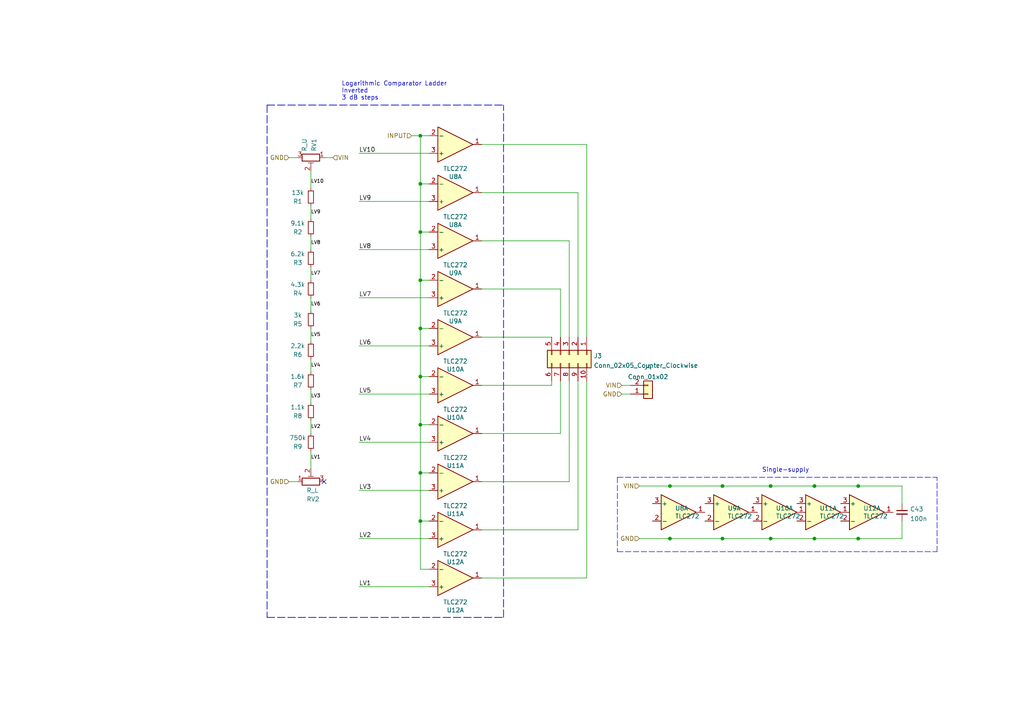
<source format=kicad_sch>
(kicad_sch (version 20211123) (generator eeschema)
  (paper "A4")
  (lib_symbols
    (symbol "Amplifier_Operational:TLC272" (pin_names (offset 0.127))
      (property "Reference" "U" (at 0 5.08 0))
      (property "Value" "TLC272" (at 0 -5.08 0))
      (symbol "TLC272_1_1"
        (polyline (pts (xy -5.08 5.08) (xy 5.08 0) (xy -5.08 -5.08) (xy -5.08 5.08)) (stroke (width 0.254)) (fill (type background)))
        (pin output line (at 7.62 0 180) (length 2.54) (name "~") (number "1"))
        (pin input line (at -7.62 -2.54 0) (length 2.54) (name "-") (number "2"))
        (pin input line (at -7.62 2.54 0) (length 2.54) (name "+") (number "3"))
      )
      (symbol "TLC272_2_1"
        (polyline (pts (xy -5.08 5.08) (xy 5.08 0) (xy -5.08 -5.08) (xy -5.08 5.08)) (stroke (width 0.254)) (fill (type background)))
        (pin input line (at -7.62 2.54 0) (length 2.54) (name "+") (number "5"))
        (pin input line (at -7.62 -2.54 0) (length 2.54) (name "-") (number "6"))
        (pin output line (at 7.62 0 180) (length 2.54) (name "~") (number "7"))
      )
      (symbol "TLC272_3_1"
        (pin power_in line (at -2.54 -7.62 90) (length 3.81) (name "V-") (number "4"))
        (pin power_in line (at -2.54 7.62 270) (length 3.81) (name "V+") (number "8"))
      )
    )
    (symbol "Connector_Generic:Conn_01x02" (pin_names (offset 1.016) hide)
      (property "Reference" "J" (at 0 2.54 0))
      (property "Value" "Conn_01x02" (at 0 -5.08 0))
      (symbol "Conn_01x02_1_1"
        (rectangle (start -1.27 -2.413) (end 0 -2.667) (stroke (width 0.1524)))
        (rectangle (start -1.27 0.127) (end 0 -0.127) (stroke (width 0.1524)))
        (rectangle (start -1.27 1.27) (end 1.27 -3.81) (stroke (width 0.254)) (fill (type background)))
        (pin passive line (at -5.08 0 0) (length 3.81) (name "Pin_1") (number "1"))
        (pin passive line (at -5.08 -2.54 0) (length 3.81) (name "Pin_2") (number "2"))
      )
    )
    (symbol "Connector_Generic:Conn_02x05_Counter_Clockwise" (pin_names (offset 1.016) hide)
      (property "Reference" "J" (at 1.27 7.62 0))
      (property "Value" "Conn_02x05_Counter_Clockwise" (at 1.27 -7.62 0))
      (symbol "Conn_02x05_Counter_Clockwise_1_1"
        (rectangle (start -1.27 -4.953) (end 0 -5.207) (stroke (width 0.1524)))
        (rectangle (start -1.27 -2.413) (end 0 -2.667) (stroke (width 0.1524)))
        (rectangle (start -1.27 0.127) (end 0 -0.127) (stroke (width 0.1524)))
        (rectangle (start -1.27 2.667) (end 0 2.413) (stroke (width 0.1524)))
        (rectangle (start -1.27 5.207) (end 0 4.953) (stroke (width 0.1524)))
        (rectangle (start -1.27 6.35) (end 3.81 -6.35) (stroke (width 0.254)) (fill (type background)))
        (rectangle (start 3.81 -4.953) (end 2.54 -5.207) (stroke (width 0.1524)))
        (rectangle (start 3.81 -2.413) (end 2.54 -2.667) (stroke (width 0.1524)))
        (rectangle (start 3.81 0.127) (end 2.54 -0.127) (stroke (width 0.1524)))
        (rectangle (start 3.81 2.667) (end 2.54 2.413) (stroke (width 0.1524)))
        (rectangle (start 3.81 5.207) (end 2.54 4.953) (stroke (width 0.1524)))
        (pin passive line (at -5.08 5.08 0) (length 3.81) (name "Pin_1") (number "1"))
        (pin passive line (at 7.62 5.08 180) (length 3.81) (name "Pin_10") (number "10"))
        (pin passive line (at -5.08 2.54 0) (length 3.81) (name "Pin_2") (number "2"))
        (pin passive line (at -5.08 0 0) (length 3.81) (name "Pin_3") (number "3"))
        (pin passive line (at -5.08 -2.54 0) (length 3.81) (name "Pin_4") (number "4"))
        (pin passive line (at -5.08 -5.08 0) (length 3.81) (name "Pin_5") (number "5"))
        (pin passive line (at 7.62 -5.08 180) (length 3.81) (name "Pin_6") (number "6"))
        (pin passive line (at 7.62 -2.54 180) (length 3.81) (name "Pin_7") (number "7"))
        (pin passive line (at 7.62 0 180) (length 3.81) (name "Pin_8") (number "8"))
        (pin passive line (at 7.62 2.54 180) (length 3.81) (name "Pin_9") (number "9"))
      )
    )
    (symbol "Device:C_Small" (pin_numbers hide) (pin_names (offset 0.254) hide)
      (property "Reference" "C" (at 0.254 1.778 0))
      (property "Value" "C_Small" (at 0.254 -2.032 0))
      (symbol "C_Small_0_1"
        (polyline (pts (xy -1.524 -0.508) (xy 1.524 -0.508)) (stroke (width 0.3302)))
        (polyline (pts (xy -1.524 0.508) (xy 1.524 0.508)) (stroke (width 0.3048)))
      )
      (symbol "C_Small_1_1"
        (pin passive line (at 0 2.54 270) (length 2.032) (name "~") (number "1"))
        (pin passive line (at 0 -2.54 90) (length 2.032) (name "~") (number "2"))
      )
    )
    (symbol "Device:R_Potentiometer_Trim" (pin_names (offset 1.016) hide)
      (property "Reference" "RV" (at -4.445 0 90))
      (property "Value" "R_Potentiometer_Trim" (at -2.54 0 90))
      (symbol "R_Potentiometer_Trim_0_1"
        (polyline (pts (xy 1.524 0.762) (xy 1.524 -0.762)))
        (polyline (pts (xy 2.54 0) (xy 1.524 0)))
        (rectangle (start 1.016 2.54) (end -1.016 -2.54) (stroke (width 0.254)))
      )
      (symbol "R_Potentiometer_Trim_1_1"
        (pin passive line (at 0 3.81 270) (length 1.27) (name "1") (number "1"))
        (pin passive line (at 3.81 0 180) (length 1.27) (name "2") (number "2"))
        (pin passive line (at 0 -3.81 90) (length 1.27) (name "3") (number "3"))
      )
    )
    (symbol "Device:R_Small" (pin_numbers hide) (pin_names (offset 0.254) hide)
      (property "Reference" "R" (at 0.762 0.508 0))
      (property "Value" "R_Small" (at 0.762 -1.016 0))
      (symbol "R_Small_0_1"
        (rectangle (start -0.762 1.778) (end 0.762 -1.778) (stroke (width 0.2032)))
      )
      (symbol "R_Small_1_1"
        (pin passive line (at 0 2.54 270) (length 0.762) (name "~") (number "1"))
        (pin passive line (at 0 -2.54 90) (length 0.762) (name "~") (number "2"))
      )
    )
  )
  (junction (at 248.92 140.97))
  (junction (at 223.52 156.21))
  (junction (at 121.92 53.34))
  (junction (at 121.92 109.22))
  (junction (at 248.92 156.21))
  (junction (at 194.31 140.97))
  (junction (at 121.92 67.31))
  (junction (at 121.92 95.25))
  (junction (at 236.22 156.21))
  (junction (at 209.55 140.97))
  (junction (at 121.92 123.19))
  (junction (at 121.92 81.28))
  (junction (at 223.52 140.97))
  (junction (at 194.31 156.21))
  (junction (at 236.22 140.97))
  (junction (at 121.92 39.37))
  (junction (at 121.92 137.16))
  (junction (at 209.55 156.21))
  (junction (at 121.92 151.13))
  (no_connect (at 93.98 139.7))
  (wire (pts (xy 139.7 153.67) (xy 167.64 153.67)))
  (wire (pts (xy 86.36 139.7) (xy 83.82 139.7)))
  (wire (pts (xy 90.17 54.61) (xy 90.17 49.53)))
  (wire (pts (xy 104.14 100.33) (xy 124.46 100.33)))
  (wire (pts (xy 223.52 156.21) (xy 236.22 156.21)))
  (wire (pts (xy 182.88 111.76) (xy 180.34 111.76)))
  (wire (pts (xy 90.17 72.39) (xy 90.17 68.58)))
  (wire (pts (xy 162.56 125.73) (xy 162.56 110.49)))
  (wire (pts (xy 236.22 156.21) (xy 248.92 156.21)))
  (wire (pts (xy 139.7 69.85) (xy 165.1 69.85)))
  (polyline (pts (xy 146.05 179.07) (xy 146.05 30.48)) (stroke (width 0.2)))
  (polyline (pts (xy 179.07 160.02) (xy 271.78 160.02)))
  (wire (pts (xy 194.31 156.21) (xy 209.55 156.21)))
  (wire (pts (xy 170.18 41.91) (xy 170.18 97.79)))
  (wire (pts (xy 121.92 109.22) (xy 124.46 109.22)))
  (wire (pts (xy 83.82 45.72) (xy 86.36 45.72)))
  (wire (pts (xy 121.92 109.22) (xy 121.92 123.19)))
  (wire (pts (xy 124.46 114.3) (xy 104.14 114.3)))
  (wire (pts (xy 182.88 114.3) (xy 180.34 114.3)))
  (polyline (pts (xy 179.07 138.43) (xy 179.07 160.02)))
  (wire (pts (xy 119.38 39.37) (xy 121.92 39.37)))
  (wire (pts (xy 124.46 170.18) (xy 104.14 170.18)))
  (wire (pts (xy 124.46 53.34) (xy 121.92 53.34)))
  (wire (pts (xy 90.17 99.06) (xy 90.17 95.25)))
  (wire (pts (xy 160.02 111.76) (xy 160.02 110.49)))
  (wire (pts (xy 248.92 140.97) (xy 261.62 140.97)))
  (wire (pts (xy 124.46 128.27) (xy 104.14 128.27)))
  (wire (pts (xy 167.64 153.67) (xy 167.64 110.49)))
  (wire (pts (xy 139.7 125.73) (xy 162.56 125.73)))
  (wire (pts (xy 124.46 156.21) (xy 104.14 156.21)))
  (wire (pts (xy 248.92 156.21) (xy 261.62 156.21)))
  (wire (pts (xy 167.64 55.88) (xy 167.64 97.79)))
  (wire (pts (xy 261.62 140.97) (xy 261.62 146.05)))
  (wire (pts (xy 124.46 67.31) (xy 121.92 67.31)))
  (wire (pts (xy 121.92 137.16) (xy 121.92 151.13)))
  (wire (pts (xy 121.92 53.34) (xy 121.92 67.31)))
  (wire (pts (xy 90.17 135.89) (xy 90.17 130.81)))
  (wire (pts (xy 121.92 95.25) (xy 124.46 95.25)))
  (wire (pts (xy 90.17 107.95) (xy 90.17 104.14)))
  (wire (pts (xy 170.18 167.64) (xy 170.18 110.49)))
  (wire (pts (xy 185.42 140.97) (xy 194.31 140.97)))
  (wire (pts (xy 209.55 140.97) (xy 223.52 140.97)))
  (wire (pts (xy 121.92 81.28) (xy 124.46 81.28)))
  (wire (pts (xy 162.56 83.82) (xy 162.56 97.79)))
  (wire (pts (xy 194.31 140.97) (xy 209.55 140.97)))
  (polyline (pts (xy 179.07 138.43) (xy 271.78 138.43)))
  (wire (pts (xy 104.14 142.24) (xy 124.46 142.24)))
  (wire (pts (xy 139.7 111.76) (xy 160.02 111.76)))
  (wire (pts (xy 139.7 97.79) (xy 160.02 97.79)))
  (wire (pts (xy 96.52 45.72) (xy 93.98 45.72)))
  (wire (pts (xy 124.46 72.39) (xy 104.14 72.39)))
  (wire (pts (xy 121.92 151.13) (xy 124.46 151.13)))
  (polyline (pts (xy 271.78 160.02) (xy 271.78 138.43)))
  (polyline (pts (xy 77.47 30.48) (xy 77.47 179.07)) (stroke (width 0.2)))
  (wire (pts (xy 90.17 116.84) (xy 90.17 113.03)))
  (wire (pts (xy 104.14 44.45) (xy 124.46 44.45)))
  (wire (pts (xy 124.46 58.42) (xy 104.14 58.42)))
  (wire (pts (xy 124.46 39.37) (xy 121.92 39.37)))
  (wire (pts (xy 121.92 123.19) (xy 124.46 123.19)))
  (wire (pts (xy 121.92 95.25) (xy 121.92 109.22)))
  (wire (pts (xy 121.92 67.31) (xy 121.92 81.28)))
  (wire (pts (xy 165.1 139.7) (xy 165.1 110.49)))
  (wire (pts (xy 121.92 123.19) (xy 121.92 137.16)))
  (wire (pts (xy 139.7 55.88) (xy 167.64 55.88)))
  (wire (pts (xy 121.92 39.37) (xy 121.92 53.34)))
  (wire (pts (xy 90.17 125.73) (xy 90.17 121.92)))
  (wire (pts (xy 139.7 83.82) (xy 162.56 83.82)))
  (wire (pts (xy 139.7 41.91) (xy 170.18 41.91)))
  (wire (pts (xy 223.52 140.97) (xy 236.22 140.97)))
  (wire (pts (xy 90.17 90.17) (xy 90.17 86.36)))
  (wire (pts (xy 236.22 140.97) (xy 248.92 140.97)))
  (polyline (pts (xy 77.47 179.07) (xy 146.05 179.07)) (stroke (width 0.2)))
  (wire (pts (xy 139.7 167.64) (xy 170.18 167.64)))
  (wire (pts (xy 121.92 165.1) (xy 124.46 165.1)))
  (wire (pts (xy 185.42 156.21) (xy 194.31 156.21)))
  (wire (pts (xy 121.92 137.16) (xy 124.46 137.16)))
  (wire (pts (xy 165.1 69.85) (xy 165.1 97.79)))
  (wire (pts (xy 121.92 81.28) (xy 121.92 95.25)))
  (wire (pts (xy 209.55 156.21) (xy 223.52 156.21)))
  (wire (pts (xy 261.62 151.13) (xy 261.62 156.21)))
  (polyline (pts (xy 77.47 30.48) (xy 146.05 30.48)) (stroke (width 0.2)))
  (wire (pts (xy 90.17 81.28) (xy 90.17 77.47)))
  (wire (pts (xy 124.46 86.36) (xy 104.14 86.36)))
  (wire (pts (xy 90.17 63.5) (xy 90.17 59.69)))
  (wire (pts (xy 139.7 139.7) (xy 165.1 139.7)))
  (wire (pts (xy 121.92 151.13) (xy 121.92 165.1)))
  (text "Logarithmic Comparator Ladder\nInverted\n3 dB steps" (at 99.06 29.21 0) (effects (font (size 1.27 1.27)) (justify left bottom)))
  (text "Single-supply" (at 220.98 137.16 0) (effects (font (size 1.27 1.27)) (justify left bottom)))
  (label "LV10" (at 90.17 53.34 0) (effects (font (size 1 1))))
  (label "LV7" (at 104.14 86.36 0))
  (label "LV1" (at 104.14 170.18 0))
  (label "LV9" (at 90.17 62.23 0) (effects (font (size 1 1))))
  (label "LV7" (at 90.17 80.01 0) (effects (font (size 1 1))))
  (label "LV4" (at 104.14 128.27 0))
  (label "LV3" (at 104.14 142.24 0))
  (label "LV8" (at 90.17 71.12 0) (effects (font (size 1 1))))
  (label "LV5" (at 90.17 97.79 0) (effects (font (size 1 1))))
  (label "LV2" (at 104.14 156.21 0))
  (label "LV10" (at 104.14 44.45 0))
  (label "LV6" (at 90.17 88.9 0) (effects (font (size 1 1))))
  (label "LV9" (at 104.14 58.42 0))
  (label "LV8" (at 104.14 72.39 0))
  (label "LV3" (at 90.17 115.57 0) (effects (font (size 1 1))))
  (label "LV6" (at 104.14 100.33 0))
  (label "LV5" (at 104.14 114.3 0))
  (label "LV4" (at 90.17 106.68 0) (effects (font (size 1 1))))
  (label "LV1" (at 90.17 133.35 0) (effects (font (size 1 1))))
  (label "LV2" (at 90.17 124.46 0) (effects (font (size 1 1))))
  (hierarchical_label "VIN" (shape input) (at 96.52 45.72 0))
  (hierarchical_label "GND" (shape input) (at 83.82 139.7 180))
  (hierarchical_label "GND" (shape input) (at 185.42 156.21 180))
  (hierarchical_label "GND" (shape input) (at 83.82 45.72 180))
  (hierarchical_label "VIN" (shape input) (at 180.34 111.76 180))
  (hierarchical_label "INPUT" (shape input) (at 119.38 39.37 180))
  (hierarchical_label "VIN" (shape input) (at 185.42 140.97 180))
  (hierarchical_label "GND" (shape input) (at 180.34 114.3 180))
  (symbol (lib_id "Device:R_Small") (at 90.17 57.15 180)
    (property "Reference" "R1" (at 86.36 58.42 0))
    (property "Value" "13k" (at 86.36 55.88 0))
    (property "Footprint" "Resistor_SMD:R_0603_1608Metric" (effects hide))
  )
  (symbol (lib_id "Amplifier_Operational:TLC272") (at 132.08 69.85 0) (mirror x)
    (property "Reference" "U9" (at 132.08 79.1718 0))
    (property "Value" "TLC272" (at 132.08 76.8604 0))
    (property "Footprint" "Package_SO:SOIC-8_3.9x4.9mm_P1.27mm" (effects hide))
    (property "Datasheet" "http://www.ti.com/lit/ds/symlink/tlc272.pdf" (effects hide))
  )
  (symbol (lib_id "Device:R_Small") (at 90.17 66.04 180)
    (property "Reference" "R2" (at 86.36 67.31 0))
    (property "Value" "9.1k" (at 86.36 64.77 0))
    (property "Footprint" "Resistor_SMD:R_0603_1608Metric" (effects hide))
  )
  (symbol (lib_id "Amplifier_Operational:TLC272") (at 132.08 125.73 0) (mirror x)
    (property "Reference" "U11" (at 132.08 135.0518 0))
    (property "Value" "TLC272" (at 132.08 132.7404 0))
    (property "Footprint" "Package_SO:SOIC-8_3.9x4.9mm_P1.27mm" (effects hide))
    (property "Datasheet" "http://www.ti.com/lit/ds/symlink/tlc272.pdf" (effects hide))
  )
  (symbol (lib_id "Amplifier_Operational:TLC272") (at 132.08 167.64 0) (mirror x)
    (property "Reference" "U12" (at 132.08 176.9618 0))
    (property "Value" "TLC272" (at 132.08 174.6504 0))
    (property "Footprint" "Package_SO:SOIC-8_3.9x4.9mm_P1.27mm" (effects hide))
    (property "Datasheet" "http://www.ti.com/lit/ds/symlink/tlc272.pdf" (effects hide))
  )
  (symbol (lib_id "Amplifier_Operational:TLC272") (at 212.09 148.59 0)
    (property "Reference" "U9" (at 211.0232 147.4216 0) (effects (justify left)))
    (property "Value" "TLC272" (at 211.0232 149.733 0) (effects (justify left)))
    (property "Footprint" "Package_SO:SOIC-8_3.9x4.9mm_P1.27mm" (effects hide))
    (property "Datasheet" "http://www.ti.com/lit/ds/symlink/tlc272.pdf" (effects hide))
  )
  (symbol (lib_id "Amplifier_Operational:TLC272") (at 251.46 148.59 0)
    (property "Reference" "U12" (at 250.3932 147.4216 0) (effects (justify left)))
    (property "Value" "TLC272" (at 250.3932 149.733 0) (effects (justify left)))
    (property "Footprint" "Package_SO:SOIC-8_3.9x4.9mm_P1.27mm" (effects hide))
    (property "Datasheet" "http://www.ti.com/lit/ds/symlink/tlc272.pdf" (effects hide))
  )
  (symbol (lib_id "Device:R_Small") (at 90.17 128.27 180)
    (property "Reference" "R9" (at 86.36 129.54 0))
    (property "Value" "750k" (at 86.36 127 0))
    (property "Footprint" "Resistor_SMD:R_0603_1608Metric" (effects hide))
  )
  (symbol (lib_id "Device:R_Small") (at 90.17 83.82 180)
    (property "Reference" "R4" (at 86.36 85.09 0))
    (property "Value" "4.3k" (at 86.36 82.55 0))
    (property "Footprint" "Resistor_SMD:R_0603_1608Metric" (effects hide))
  )
  (symbol (lib_id "Amplifier_Operational:TLC272") (at 238.76 148.59 0)
    (property "Reference" "U11" (at 237.6932 147.4216 0) (effects (justify left)))
    (property "Value" "TLC272" (at 237.6932 149.733 0) (effects (justify left)))
    (property "Footprint" "Package_SO:SOIC-8_3.9x4.9mm_P1.27mm" (effects hide))
    (property "Datasheet" "http://www.ti.com/lit/ds/symlink/tlc272.pdf" (effects hide))
  )
  (symbol (lib_id "Amplifier_Operational:TLC272") (at 132.08 153.67 0) (mirror x)
    (property "Reference" "U12" (at 132.08 162.9918 0))
    (property "Value" "TLC272" (at 132.08 160.6804 0))
    (property "Footprint" "Package_SO:SOIC-8_3.9x4.9mm_P1.27mm" (effects hide))
    (property "Datasheet" "http://www.ti.com/lit/ds/symlink/tlc272.pdf" (effects hide))
  )
  (symbol (lib_id "Connector_Generic:Conn_01x02") (at 187.96 114.3 0) (mirror x)
    (property "Reference" "J4" (at 187.96 106.5235 0))
    (property "Value" "Conn_01x02" (at 187.96 109.2986 0))
    (property "Footprint" "Connector_JST:JST_EH_B2B-EH-A_1x02_P2.50mm_Vertical" (effects hide))
  )
  (symbol (lib_id "Device:R_Potentiometer_Trim") (at 90.17 45.72 270)
    (property "Reference" "RV1" (at 91.0785 43.9421 0) (effects (justify right)))
    (property "Value" "R_U" (at 88.3034 43.9421 0) (effects (justify right)))
    (property "Footprint" "Potentiometer_SMD:Potentiometer_Bourns_TC33X_Vertical" (effects hide))
  )
  (symbol (lib_id "Device:R_Potentiometer_Trim") (at 90.17 139.7 90)
    (property "Reference" "RV2" (at 88.9 144.78 90) (effects (justify right)))
    (property "Value" "R_L" (at 88.9 142.24 90) (effects (justify right)))
    (property "Footprint" "Potentiometer_SMD:Potentiometer_Bourns_TC33X_Vertical" (effects hide))
  )
  (symbol (lib_id "Amplifier_Operational:TLC272") (at 132.08 83.82 0) (mirror x)
    (property "Reference" "U9" (at 132.08 93.1418 0))
    (property "Value" "TLC272" (at 132.08 90.8304 0))
    (property "Footprint" "Package_SO:SOIC-8_3.9x4.9mm_P1.27mm" (effects hide))
    (property "Datasheet" "http://www.ti.com/lit/ds/symlink/tlc272.pdf" (effects hide))
  )
  (symbol (lib_id "Device:R_Small") (at 90.17 92.71 180)
    (property "Reference" "R5" (at 86.36 93.98 0))
    (property "Value" "3k" (at 86.36 91.44 0))
    (property "Footprint" "Resistor_SMD:R_0603_1608Metric" (effects hide))
  )
  (symbol (lib_id "Amplifier_Operational:TLC272") (at 132.08 97.79 0) (mirror x)
    (property "Reference" "U10" (at 132.08 107.1118 0))
    (property "Value" "TLC272" (at 132.08 104.8004 0))
    (property "Footprint" "Package_SO:SOIC-8_3.9x4.9mm_P1.27mm" (effects hide))
    (property "Datasheet" "http://www.ti.com/lit/ds/symlink/tlc272.pdf" (effects hide))
  )
  (symbol (lib_id "Amplifier_Operational:TLC272") (at 132.08 111.76 0) (mirror x)
    (property "Reference" "U10" (at 132.08 121.0818 0))
    (property "Value" "TLC272" (at 132.08 118.7704 0))
    (property "Footprint" "Package_SO:SOIC-8_3.9x4.9mm_P1.27mm" (effects hide))
    (property "Datasheet" "http://www.ti.com/lit/ds/symlink/tlc272.pdf" (effects hide))
  )
  (symbol (lib_id "Amplifier_Operational:TLC272") (at 132.08 55.88 0) (mirror x)
    (property "Reference" "U8" (at 132.08 65.2018 0))
    (property "Value" "TLC272" (at 132.08 62.8904 0))
    (property "Footprint" "Package_SO:SOIC-8_3.9x4.9mm_P1.27mm" (effects hide))
    (property "Datasheet" "http://www.ti.com/lit/ds/symlink/tlc272.pdf" (effects hide))
  )
  (symbol (lib_id "Amplifier_Operational:TLC272") (at 132.08 41.91 0) (mirror x)
    (property "Reference" "U8" (at 132.08 51.2318 0))
    (property "Value" "TLC272" (at 132.08 48.9204 0))
    (property "Footprint" "Package_SO:SOIC-8_3.9x4.9mm_P1.27mm" (effects hide))
    (property "Datasheet" "http://www.ti.com/lit/ds/symlink/tlc272.pdf" (effects hide))
  )
  (symbol (lib_id "Device:R_Small") (at 90.17 101.6 180)
    (property "Reference" "R6" (at 86.36 102.87 0))
    (property "Value" "2.2k" (at 86.36 100.33 0))
    (property "Footprint" "Resistor_SMD:R_0603_1608Metric" (effects hide))
  )
  (symbol (lib_id "Amplifier_Operational:TLC272") (at 196.85 148.59 0)
    (property "Reference" "U8" (at 195.7832 147.4216 0) (effects (justify left)))
    (property "Value" "TLC272" (at 195.7832 149.733 0) (effects (justify left)))
    (property "Footprint" "Package_SO:SOIC-8_3.9x4.9mm_P1.27mm" (effects hide))
    (property "Datasheet" "http://www.ti.com/lit/ds/symlink/tlc272.pdf" (effects hide))
  )
  (symbol (lib_id "Device:C_Small") (at 261.62 148.59 0)
    (property "Reference" "C43" (at 263.9441 147.6878 0) (effects (justify left)))
    (property "Value" "100n" (at 263.9441 150.4629 0) (effects (justify left)))
    (property "Footprint" "Capacitor_SMD:C_0603_1608Metric" (effects hide))
  )
  (symbol (lib_id "Device:R_Small") (at 90.17 119.38 180)
    (property "Reference" "R8" (at 86.36 120.65 0))
    (property "Value" "1.1k" (at 86.36 118.11 0))
    (property "Footprint" "Resistor_SMD:R_0603_1608Metric" (effects hide))
  )
  (symbol (lib_id "Device:R_Small") (at 90.17 110.49 180)
    (property "Reference" "R7" (at 86.36 111.76 0))
    (property "Value" "1.6k" (at 86.36 109.22 0))
    (property "Footprint" "Resistor_SMD:R_0603_1608Metric" (effects hide))
  )
  (symbol (lib_id "Amplifier_Operational:TLC272") (at 132.08 139.7 0) (mirror x)
    (property "Reference" "U11" (at 132.08 149.0218 0))
    (property "Value" "TLC272" (at 132.08 146.7104 0))
    (property "Footprint" "Package_SO:SOIC-8_3.9x4.9mm_P1.27mm" (effects hide))
    (property "Datasheet" "http://www.ti.com/lit/ds/symlink/tlc272.pdf" (effects hide))
  )
  (symbol (lib_id "Amplifier_Operational:TLC272") (at 226.06 148.59 0)
    (property "Reference" "U10" (at 224.9932 147.4216 0) (effects (justify left)))
    (property "Value" "TLC272" (at 224.9932 149.733 0) (effects (justify left)))
    (property "Footprint" "Package_SO:SOIC-8_3.9x4.9mm_P1.27mm" (effects hide))
    (property "Datasheet" "http://www.ti.com/lit/ds/symlink/tlc272.pdf" (effects hide))
  )
  (symbol (lib_id "Connector_Generic:Conn_02x05_Counter_Clockwise") (at 165.1 102.87 270)
    (property "Reference" "J3" (at 172.212 103.2315 90) (effects (justify left)))
    (property "Value" "Conn_02x05_Counter_Clockwise" (at 172.212 106.0066 90) (effects (justify left)))
    (property "Footprint" "Connector_IDC:IDC-Header_2x05_P2.54mm_Vertical" (effects hide))
  )
  (symbol (lib_id "Device:R_Small") (at 90.17 74.93 180)
    (property "Reference" "R3" (at 86.36 76.2 0))
    (property "Value" "6.2k" (at 86.36 73.66 0))
    (property "Footprint" "Resistor_SMD:R_0603_1608Metric" (effects hide))
  )
)
</source>
